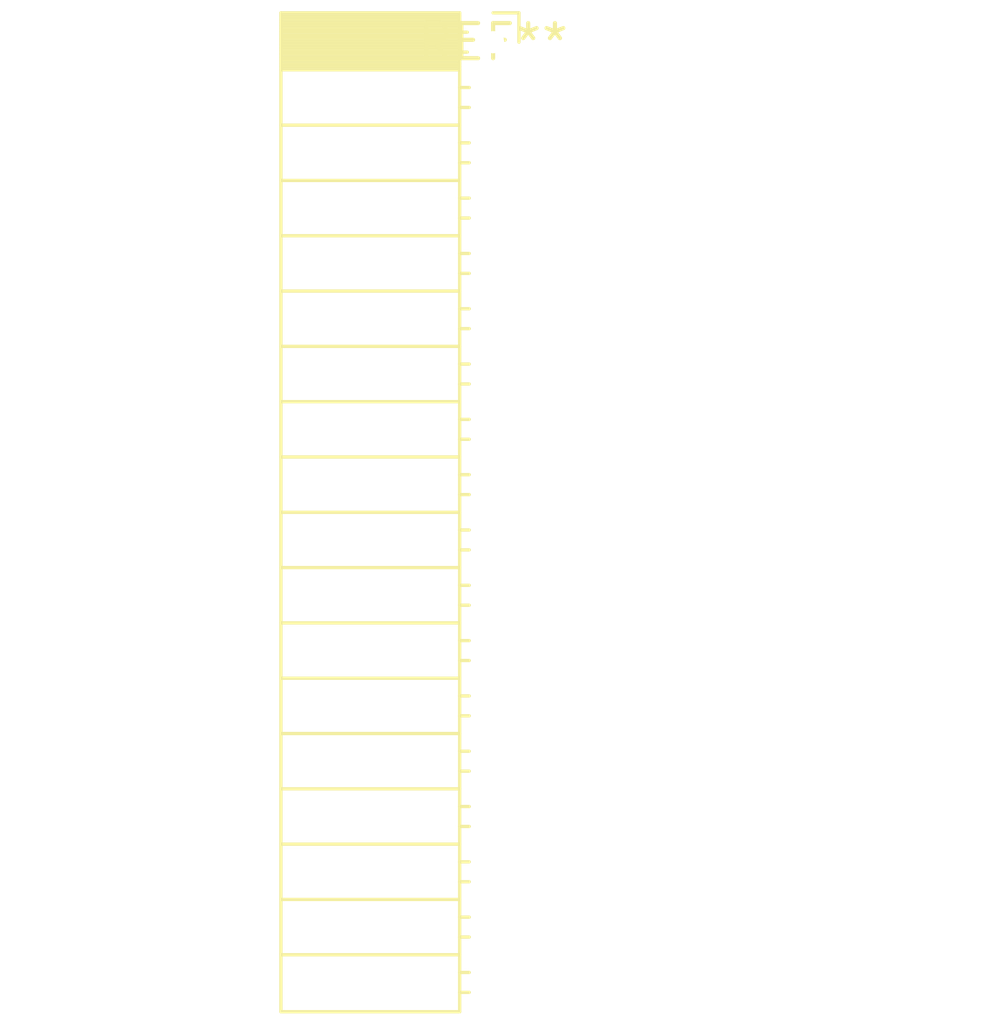
<source format=kicad_pcb>
(kicad_pcb (version 20240108) (generator pcbnew)
  (layers (0 "F.Cu" signal) (31 "B.Cu" signal) (34 "B.Paste" user) (35 "F.Paste" user) (36 "B.SilkS" user "B.Silkscreen") (37 "F.SilkS" user "F.Silkscreen") (38 "B.Mask" user) (39 "F.Mask" user) (44 "Edge.Cuts" user))
  (net 0 "")
  (footprint "PinSocket_1x18_P2.00mm_Horizontal" (layer "F.Cu") (at 0 0)
    (property "Reference" "REF**")
    (property "Value" "PinSocket_1x18_P2.00mm_Horizontal")
    (fp_line (start -7.68 -1.06) (end -7.68 35.06) (layer "F.SilkS") (stroke (width 0.12)))
    (fp_line (start -7.68 -1.06) (end -1.21 -1.06) (layer "F.SilkS") (stroke (width 0.12)))
    (fp_line (start -7.68 -0.94) (end -1.21 -0.94) (layer "F.SilkS") (stroke (width 0.12)))
    (fp_line (start -7.68 -0.825882) (end -1.21 -0.825882) (layer "F.SilkS") (stroke (width 0.12)))
    (fp_line (start -7.68 -0.711764) (end -1.21 -0.711764) (layer "F.SilkS") (stroke (width 0.12)))
    (fp_line (start -7.68 -0.597646) (end -1.21 -0.597646) (layer "F.SilkS") (stroke (width 0.12)))
    (fp_line (start -7.68 -0.483528) (end -1.21 -0.483528) (layer "F.SilkS") (stroke (width 0.12)))
    (fp_line (start -7.68 -0.36941) (end -1.21 -0.36941) (layer "F.SilkS") (stroke (width 0.12)))
    (fp_line (start -7.68 -0.255292) (end -1.21 -0.255292) (layer "F.SilkS") (stroke (width 0.12)))
    (fp_line (start -7.68 -0.141174) (end -1.21 -0.141174) (layer "F.SilkS") (stroke (width 0.12)))
    (fp_line (start -7.68 -0.027056) (end -1.21 -0.027056) (layer "F.SilkS") (stroke (width 0.12)))
    (fp_line (start -7.68 0.087062) (end -1.21 0.087062) (layer "F.SilkS") (stroke (width 0.12)))
    (fp_line (start -7.68 0.20118) (end -1.21 0.20118) (layer "F.SilkS") (stroke (width 0.12)))
    (fp_line (start -7.68 0.315298) (end -1.21 0.315298) (layer "F.SilkS") (stroke (width 0.12)))
    (fp_line (start -7.68 0.429416) (end -1.21 0.429416) (layer "F.SilkS") (stroke (width 0.12)))
    (fp_line (start -7.68 0.543534) (end -1.21 0.543534) (layer "F.SilkS") (stroke (width 0.12)))
    (fp_line (start -7.68 0.657652) (end -1.21 0.657652) (layer "F.SilkS") (stroke (width 0.12)))
    (fp_line (start -7.68 0.77177) (end -1.21 0.77177) (layer "F.SilkS") (stroke (width 0.12)))
    (fp_line (start -7.68 0.885888) (end -1.21 0.885888) (layer "F.SilkS") (stroke (width 0.12)))
    (fp_line (start -7.68 1) (end -1.21 1) (layer "F.SilkS") (stroke (width 0.12)))
    (fp_line (start -7.68 3) (end -1.21 3) (layer "F.SilkS") (stroke (width 0.12)))
    (fp_line (start -7.68 5) (end -1.21 5) (layer "F.SilkS") (stroke (width 0.12)))
    (fp_line (start -7.68 7) (end -1.21 7) (layer "F.SilkS") (stroke (width 0.12)))
    (fp_line (start -7.68 9) (end -1.21 9) (layer "F.SilkS") (stroke (width 0.12)))
    (fp_line (start -7.68 11) (end -1.21 11) (layer "F.SilkS") (stroke (width 0.12)))
    (fp_line (start -7.68 13) (end -1.21 13) (layer "F.SilkS") (stroke (width 0.12)))
    (fp_line (start -7.68 15) (end -1.21 15) (layer "F.SilkS") (stroke (width 0.12)))
    (fp_line (start -7.68 17) (end -1.21 17) (layer "F.SilkS") (stroke (width 0.12)))
    (fp_line (start -7.68 19) (end -1.21 19) (layer "F.SilkS") (stroke (width 0.12)))
    (fp_line (start -7.68 21) (end -1.21 21) (layer "F.SilkS") (stroke (width 0.12)))
    (fp_line (start -7.68 23) (end -1.21 23) (layer "F.SilkS") (stroke (width 0.12)))
    (fp_line (start -7.68 25) (end -1.21 25) (layer "F.SilkS") (stroke (width 0.12)))
    (fp_line (start -7.68 27) (end -1.21 27) (layer "F.SilkS") (stroke (width 0.12)))
    (fp_line (start -7.68 29) (end -1.21 29) (layer "F.SilkS") (stroke (width 0.12)))
    (fp_line (start -7.68 31) (end -1.21 31) (layer "F.SilkS") (stroke (width 0.12)))
    (fp_line (start -7.68 33) (end -1.21 33) (layer "F.SilkS") (stroke (width 0.12)))
    (fp_line (start -7.68 35.06) (end -1.21 35.06) (layer "F.SilkS") (stroke (width 0.12)))
    (fp_line (start -1.21 -1.06) (end -1.21 35.06) (layer "F.SilkS") (stroke (width 0.12)))
    (fp_line (start -1.21 -0.36) (end -0.935 -0.36) (layer "F.SilkS") (stroke (width 0.12)))
    (fp_line (start -1.21 0.36) (end -0.935 0.36) (layer "F.SilkS") (stroke (width 0.12)))
    (fp_line (start -1.21 1.64) (end -0.862917 1.64) (layer "F.SilkS") (stroke (width 0.12)))
    (fp_line (start -1.21 2.36) (end -0.862917 2.36) (layer "F.SilkS") (stroke (width 0.12)))
    (fp_line (start -1.21 3.64) (end -0.862917 3.64) (layer "F.SilkS") (stroke (width 0.12)))
    (fp_line (start -1.21 4.36) (end -0.862917 4.36) (layer "F.SilkS") (stroke (width 0.12)))
    (fp_line (start -1.21 5.64) (end -0.862917 5.64) (layer "F.SilkS") (stroke (width 0.12)))
    (fp_line (start -1.21 6.36) (end -0.862917 6.36) (layer "F.SilkS") (stroke (width 0.12)))
    (fp_line (start -1.21 7.64) (end -0.862917 7.64) (layer "F.SilkS") (stroke (width 0.12)))
    (fp_line (start -1.21 8.36) (end -0.862917 8.36) (layer "F.SilkS") (stroke (width 0.12)))
    (fp_line (start -1.21 9.64) (end -0.862917 9.64) (layer "F.SilkS") (stroke (width 0.12)))
    (fp_line (start -1.21 10.36) (end -0.862917 10.36) (layer "F.SilkS") (stroke (width 0.12)))
    (fp_line (start -1.21 11.64) (end -0.862917 11.64) (layer "F.SilkS") (stroke (width 0.12)))
    (fp_line (start -1.21 12.36) (end -0.862917 12.36) (layer "F.SilkS") (stroke (width 0.12)))
    (fp_line (start -1.21 13.64) (end -0.862917 13.64) (layer "F.SilkS") (stroke (width 0.12)))
    (fp_line (start -1.21 14.36) (end -0.862917 14.36) (layer "F.SilkS") (stroke (width 0.12)))
    (fp_line (start -1.21 15.64) (end -0.862917 15.64) (layer "F.SilkS") (stroke (width 0.12)))
    (fp_line (start -1.21 16.36) (end -0.862917 16.36) (layer "F.SilkS") (stroke (width 0.12)))
    (fp_line (start -1.21 17.64) (end -0.862917 17.64) (layer "F.SilkS") (stroke (width 0.12)))
    (fp_line (start -1.21 18.36) (end -0.862917 18.36) (layer "F.SilkS") (stroke (width 0.12)))
    (fp_line (start -1.21 19.64) (end -0.862917 19.64) (layer "F.SilkS") (stroke (width 0.12)))
    (fp_line (start -1.21 20.36) (end -0.862917 20.36) (layer "F.SilkS") (stroke (width 0.12)))
    (fp_line (start -1.21 21.64) (end -0.862917 21.64) (layer "F.SilkS") (stroke (width 0.12)))
    (fp_line (start -1.21 22.36) (end -0.862917 22.36) (layer "F.SilkS") (stroke (width 0.12)))
    (fp_line (start -1.21 23.64) (end -0.862917 23.64) (layer "F.SilkS") (stroke (width 0.12)))
    (fp_line (start -1.21 24.36) (end -0.862917 24.36) (layer "F.SilkS") (stroke (width 0.12)))
    (fp_line (start -1.21 25.64) (end -0.862917 25.64) (layer "F.SilkS") (stroke (width 0.12)))
    (fp_line (start -1.21 26.36) (end -0.862917 26.36) (layer "F.SilkS") (stroke (width 0.12)))
    (fp_line (start -1.21 27.64) (end -0.862917 27.64) (layer "F.SilkS") (stroke (width 0.12)))
    (fp_line (start -1.21 28.36) (end -0.862917 28.36) (layer "F.SilkS") (stroke (width 0.12)))
    (fp_line (start -1.21 29.64) (end -0.862917 29.64) (layer "F.SilkS") (stroke (width 0.12)))
    (fp_line (start -1.21 30.36) (end -0.862917 30.36) (layer "F.SilkS") (stroke (width 0.12)))
    (fp_line (start -1.21 31.64) (end -0.862917 31.64) (layer "F.SilkS") (stroke (width 0.12)))
    (fp_line (start -1.21 32.36) (end -0.862917 32.36) (layer "F.SilkS") (stroke (width 0.12)))
    (fp_line (start -1.21 33.64) (end -0.862917 33.64) (layer "F.SilkS") (stroke (width 0.12)))
    (fp_line (start -1.21 34.36) (end -0.862917 34.36) (layer "F.SilkS") (stroke (width 0.12)))
    (fp_line (start 0 -1.06) (end 0.935 -1.06) (layer "F.SilkS") (stroke (width 0.12)))
    (fp_line (start 0.935 -1.06) (end 0.935 0) (layer "F.SilkS") (stroke (width 0.12)))
    (pad "1" thru_hole rect (at 0 0) (size 1.35 1.35) (drill 0.8) (layers *.Cu *.Mask) (remove_unused_layers))
    (pad "2" thru_hole oval (at 0 2) (size 1.35 1.35) (drill 0.8) (layers *.Cu *.Mask) (remove_unused_layers))
    (pad "3" thru_hole oval (at 0 4) (size 1.35 1.35) (drill 0.8) (layers *.Cu *.Mask) (remove_unused_layers))
    (pad "4" thru_hole oval (at 0 6) (size 1.35 1.35) (drill 0.8) (layers *.Cu *.Mask) (remove_unused_layers))
    (pad "5" thru_hole oval (at 0 8) (size 1.35 1.35) (drill 0.8) (layers *.Cu *.Mask) (remove_unused_layers))
    (pad "6" thru_hole oval (at 0 10) (size 1.35 1.35) (drill 0.8) (layers *.Cu *.Mask) (remove_unused_layers))
    (pad "7" thru_hole oval (at 0 12) (size 1.35 1.35) (drill 0.8) (layers *.Cu *.Mask) (remove_unused_layers))
    (pad "8" thru_hole oval (at 0 14) (size 1.35 1.35) (drill 0.8) (layers *.Cu *.Mask) (remove_unused_layers))
    (pad "9" thru_hole oval (at 0 16) (size 1.35 1.35) (drill 0.8) (layers *.Cu *.Mask) (remove_unused_layers))
    (pad "10" thru_hole oval (at 0 18) (size 1.35 1.35) (drill 0.8) (layers *.Cu *.Mask) (remove_unused_layers))
    (pad "11" thru_hole oval (at 0 20) (size 1.35 1.35) (drill 0.8) (layers *.Cu *.Mask) (remove_unused_layers))
    (pad "12" thru_hole oval (at 0 22) (size 1.35 1.35) (drill 0.8) (layers *.Cu *.Mask) (remove_unused_layers))
    (pad "13" thru_hole oval (at 0 24) (size 1.35 1.35) (drill 0.8) (layers *.Cu *.Mask) (remove_unused_layers))
    (pad "14" thru_hole oval (at 0 26) (size 1.35 1.35) (drill 0.8) (layers *.Cu *.Mask) (remove_unused_layers))
    (pad "15" thru_hole oval (at 0 28) (size 1.35 1.35) (drill 0.8) (layers *.Cu *.Mask) (remove_unused_layers))
    (pad "16" thru_hole oval (at 0 30) (size 1.35 1.35) (drill 0.8) (layers *.Cu *.Mask) (remove_unused_layers))
    (pad "17" thru_hole oval (at 0 32) (size 1.35 1.35) (drill 0.8) (layers *.Cu *.Mask) (remove_unused_layers))
    (pad "18" thru_hole oval (at 0 34) (size 1.35 1.35) (drill 0.8) (layers *.Cu *.Mask) (remove_unused_layers))
  )
)
</source>
